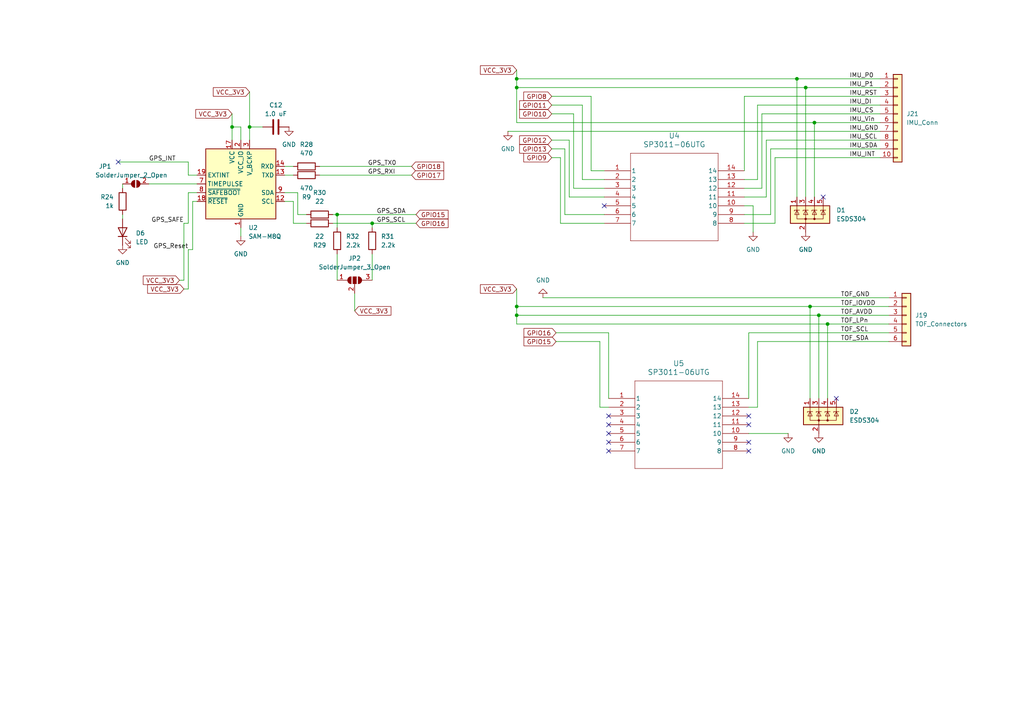
<source format=kicad_sch>
(kicad_sch (version 20250114) (generator "eeschema") (generator_version "9.0")
  (paper "A4")
  (lib_symbols
    (symbol "Connector_Generic:Conn_01x06" (pin_names (offset 1.016) (hide yes))
      (property "Reference" "J" (at 0 7.62 0))
      (property "Value" "Conn_01x06" (at 0 -10.16 0))
      (symbol "Conn_01x06_1_1"
        (rectangle (start -1.27 6.35) (end 1.27 -8.89) (stroke (width 0.254)) (fill (type background)))
        (rectangle (start -1.27 5.207) (end 0 4.953) (stroke (width 0.1524)))
        (rectangle (start -1.27 2.667) (end 0 2.413) (stroke (width 0.1524)))
        (rectangle (start -1.27 0.127) (end 0 -0.127) (stroke (width 0.1524)))
        (rectangle (start -1.27 -2.413) (end 0 -2.667) (stroke (width 0.1524)))
        (rectangle (start -1.27 -4.953) (end 0 -5.207) (stroke (width 0.1524)))
        (rectangle (start -1.27 -7.493) (end 0 -7.747) (stroke (width 0.1524)))
        (pin passive line (at -5.08 5.08 0) (length 3.81) (name "Pin_1") (number "1"))
        (pin passive line (at -5.08 2.54 0) (length 3.81) (name "Pin_2") (number "2"))
        (pin passive line (at -5.08 0 0) (length 3.81) (name "Pin_3") (number "3"))
        (pin passive line (at -5.08 -2.54 0) (length 3.81) (name "Pin_4") (number "4"))
        (pin passive line (at -5.08 -5.08 0) (length 3.81) (name "Pin_5") (number "5"))
        (pin passive line (at -5.08 -7.62 0) (length 3.81) (name "Pin_6") (number "6"))
      )
    )
    (symbol "Connector_Generic:Conn_01x10" (pin_names (offset 1.016) (hide yes))
      (property "Reference" "J" (at 0 12.7 0))
      (property "Value" "Conn_01x10" (at 0 -15.24 0))
      (symbol "Conn_01x10_1_1"
        (rectangle (start -1.27 11.43) (end 1.27 -13.97) (stroke (width 0.254)) (fill (type background)))
        (rectangle (start -1.27 10.287) (end 0 10.033) (stroke (width 0.1524)))
        (rectangle (start -1.27 7.747) (end 0 7.493) (stroke (width 0.1524)))
        (rectangle (start -1.27 5.207) (end 0 4.953) (stroke (width 0.1524)))
        (rectangle (start -1.27 2.667) (end 0 2.413) (stroke (width 0.1524)))
        (rectangle (start -1.27 0.127) (end 0 -0.127) (stroke (width 0.1524)))
        (rectangle (start -1.27 -2.413) (end 0 -2.667) (stroke (width 0.1524)))
        (rectangle (start -1.27 -4.953) (end 0 -5.207) (stroke (width 0.1524)))
        (rectangle (start -1.27 -7.493) (end 0 -7.747) (stroke (width 0.1524)))
        (rectangle (start -1.27 -10.033) (end 0 -10.287) (stroke (width 0.1524)))
        (rectangle (start -1.27 -12.573) (end 0 -12.827) (stroke (width 0.1524)))
        (pin passive line (at -5.08 10.16 0) (length 3.81) (name "Pin_1") (number "1"))
        (pin passive line (at -5.08 7.62 0) (length 3.81) (name "Pin_2") (number "2"))
        (pin passive line (at -5.08 5.08 0) (length 3.81) (name "Pin_3") (number "3"))
        (pin passive line (at -5.08 2.54 0) (length 3.81) (name "Pin_4") (number "4"))
        (pin passive line (at -5.08 0 0) (length 3.81) (name "Pin_5") (number "5"))
        (pin passive line (at -5.08 -2.54 0) (length 3.81) (name "Pin_6") (number "6"))
        (pin passive line (at -5.08 -5.08 0) (length 3.81) (name "Pin_7") (number "7"))
        (pin passive line (at -5.08 -7.62 0) (length 3.81) (name "Pin_8") (number "8"))
        (pin passive line (at -5.08 -10.16 0) (length 3.81) (name "Pin_9") (number "9"))
        (pin passive line (at -5.08 -12.7 0) (length 3.81) (name "Pin_10") (number "10"))
      )
    )
    (symbol "Custom_Components:SP3011-06UTG" (pin_names (offset 0.254))
      (property "Reference" "U" (at 20.32 10.16 0))
      (property "Value" "SP3011-06UTG" (at 20.32 7.62 0))
      (symbol "SP3011-06UTG_0_1"
        (polyline (pts (xy 7.62 5.08) (xy 7.62 -20.32)) (stroke (width 0.127)))
        (polyline (pts (xy 7.62 -20.32) (xy 33.02 -20.32)) (stroke (width 0.127)))
        (polyline (pts (xy 33.02 5.08) (xy 7.62 5.08)) (stroke (width 0.127)))
        (polyline (pts (xy 33.02 -20.32) (xy 33.02 5.08)) (stroke (width 0.127)))
        (pin unspecified line (at 0 0 0) (length 7.62) (name "1") (number "1"))
        (pin unspecified line (at 0 -2.54 0) (length 7.62) (name "2") (number "2"))
        (pin unspecified line (at 0 -5.08 0) (length 7.62) (name "3") (number "3"))
        (pin unspecified line (at 0 -7.62 0) (length 7.62) (name "4") (number "4"))
        (pin unspecified line (at 0 -10.16 0) (length 7.62) (name "5") (number "5"))
        (pin unspecified line (at 0 -12.7 0) (length 7.62) (name "6") (number "6"))
        (pin unspecified line (at 0 -15.24 0) (length 7.62) (name "7") (number "7"))
        (pin unspecified line (at 40.64 0 180) (length 7.62) (name "14") (number "14"))
        (pin unspecified line (at 40.64 -2.54 180) (length 7.62) (name "13") (number "13"))
        (pin unspecified line (at 40.64 -5.08 180) (length 7.62) (name "12") (number "12"))
        (pin unspecified line (at 40.64 -7.62 180) (length 7.62) (name "11") (number "11"))
        (pin unspecified line (at 40.64 -10.16 180) (length 7.62) (name "10") (number "10"))
        (pin unspecified line (at 40.64 -12.7 180) (length 7.62) (name "9") (number "9"))
        (pin unspecified line (at 40.64 -15.24 180) (length 7.62) (name "8") (number "8"))
      )
    )
    (symbol "Device:C" (pin_numbers (hide yes)) (pin_names (offset 0.254))
      (property "Reference" "C" (at 0.635 2.54 0))
      (property "Value" "C" (at 0.635 -2.54 0))
      (symbol "C_0_1"
        (polyline (pts (xy -2.032 0.762) (xy 2.032 0.762)) (stroke (width 0.508)))
        (polyline (pts (xy -2.032 -0.762) (xy 2.032 -0.762)) (stroke (width 0.508)))
      )
      (symbol "C_1_1"
        (pin passive line (at 0 3.81 270) (length 2.794) (name "~") (number "1"))
        (pin passive line (at 0 -3.81 90) (length 2.794) (name "~") (number "2"))
      )
    )
    (symbol "Device:LED" (pin_numbers (hide yes)) (pin_names (offset 1.016) (hide yes))
      (property "Reference" "D" (at 0 2.54 0))
      (property "Value" "LED" (at 0 -2.54 0))
      (symbol "LED_0_1"
        (polyline (pts (xy -3.048 -0.762) (xy -4.572 -2.286) (xy -3.81 -2.286) (xy -4.572 -2.286) (xy -4.572 -1.524)))
        (polyline (pts (xy -1.778 -0.762) (xy -3.302 -2.286) (xy -2.54 -2.286) (xy -3.302 -2.286) (xy -3.302 -1.524)))
        (polyline (pts (xy -1.27 0) (xy 1.27 0)))
        (polyline (pts (xy -1.27 -1.27) (xy -1.27 1.27)) (stroke (width 0.254)))
        (polyline (pts (xy 1.27 -1.27) (xy 1.27 1.27) (xy -1.27 0) (xy 1.27 -1.27)) (stroke (width 0.254)))
      )
      (symbol "LED_1_1"
        (pin passive line (at -3.81 0 0) (length 2.54) (name "K") (number "1"))
        (pin passive line (at 3.81 0 180) (length 2.54) (name "A") (number "2"))
      )
    )
    (symbol "Device:R" (pin_numbers (hide yes)) (pin_names (offset 0))
      (property "Reference" "R" (at 2.032 0 90))
      (property "Value" "R" (at 0 0 90))
      (symbol "R_0_1"
        (rectangle (start -1.016 -2.54) (end 1.016 2.54) (stroke (width 0.254)))
      )
      (symbol "R_1_1"
        (pin passive line (at 0 3.81 270) (length 1.27) (name "~") (number "1"))
        (pin passive line (at 0 -3.81 90) (length 1.27) (name "~") (number "2"))
      )
    )
    (symbol "GND_1" (power) (pin_numbers (hide yes)) (pin_names (offset 0) (hide yes))
      (property "Value" "GND" (at 0 -3.81 0))
      (symbol "GND_1_0_1"
        (polyline (pts (xy 0 0) (xy 0 -1.27) (xy 1.27 -1.27) (xy 0 -2.54) (xy -1.27 -1.27) (xy 0 -1.27)))
      )
      (symbol "GND_1_1_1"
        (pin power_in line (at 0 0 270) (length 0) (name "~") (number "1"))
      )
    )
    (symbol "GND_2" (power) (pin_numbers (hide yes)) (pin_names (offset 0) (hide yes))
      (property "Value" "GND" (at 0 -3.81 0))
      (symbol "GND_2_0_1"
        (polyline (pts (xy 0 0) (xy 0 -1.27) (xy 1.27 -1.27) (xy 0 -2.54) (xy -1.27 -1.27) (xy 0 -1.27)))
      )
      (symbol "GND_2_1_1"
        (pin power_in line (at 0 0 270) (length 0) (name "~") (number "1"))
      )
    )
    (symbol "Jumper:SolderJumper_2_Open" (pin_names (offset 0) (hide yes))
      (property "Reference" "JP" (at 0 2.032 0))
      (property "Value" "SolderJumper_2_Open" (at 0 -2.54 0))
      (symbol "SolderJumper_2_Open_0_1"
        (polyline (pts (xy -0.254 1.016) (xy -0.254 -1.016)))
        (arc (start -0.254 -1.016) (mid -1.2656 0) (end -0.254 1.016))
        (arc (start -0.254 -1.016) (mid -1.2656 0) (end -0.254 1.016) (fill (type outline)))
        (arc (start 0.254 1.016) (mid 1.2656 0) (end 0.254 -1.016))
        (arc (start 0.254 1.016) (mid 1.2656 0) (end 0.254 -1.016) (fill (type outline)))
        (polyline (pts (xy 0.254 1.016) (xy 0.254 -1.016)))
      )
      (symbol "SolderJumper_2_Open_1_1"
        (pin passive line (at -3.81 0 0) (length 2.54) (name "A") (number "1"))
        (pin passive line (at 3.81 0 180) (length 2.54) (name "B") (number "2"))
      )
    )
    (symbol "Jumper:SolderJumper_3_Open" (pin_names (offset 0) (hide yes))
      (property "Reference" "JP" (at -2.54 -2.54 0))
      (property "Value" "SolderJumper_3_Open" (at 0 2.794 0))
      (symbol "SolderJumper_3_Open_0_1"
        (polyline (pts (xy -2.54 0) (xy -2.032 0)))
        (polyline (pts (xy -1.016 1.016) (xy -1.016 -1.016)))
        (arc (start -1.016 -1.016) (mid -2.0276 0) (end -1.016 1.016))
        (arc (start -1.016 -1.016) (mid -2.0276 0) (end -1.016 1.016) (fill (type outline)))
        (rectangle (start -0.508 1.016) (end 0.508 -1.016) (fill (type outline)))
        (polyline (pts (xy 0 -1.27) (xy 0 -1.016)))
        (arc (start 1.016 1.016) (mid 2.0276 0) (end 1.016 -1.016))
        (arc (start 1.016 1.016) (mid 2.0276 0) (end 1.016 -1.016) (fill (type outline)))
        (polyline (pts (xy 1.016 1.016) (xy 1.016 -1.016)))
        (polyline (pts (xy 2.54 0) (xy 2.032 0)))
      )
      (symbol "SolderJumper_3_Open_1_1"
        (pin passive line (at -5.08 0 0) (length 2.54) (name "A") (number "1"))
        (pin passive line (at 0 -3.81 90) (length 2.54) (name "C") (number "2"))
        (pin passive line (at 5.08 0 180) (length 2.54) (name "B") (number "3"))
      )
    )
    (symbol "Power_Protection:ESDS304" (pin_names (hide yes))
      (property "Reference" "D" (at 7.62 2.54 0))
      (property "Value" "ESDS304" (at 7.62 0.635 0))
      (symbol "ESDS304_0_0"
        (pin passive line (at 0 -5.08 90) (length 2.54) (name "A") (number "2"))
      )
      (symbol "ESDS304_0_1"
        (rectangle (start -4.445 2.54) (end 6.985 -2.54) (stroke (width 0.254)) (fill (type background)))
        (polyline (pts (xy -3.302 1.016) (xy -3.302 1.27) (xy -1.778 1.27)))
        (polyline (pts (xy -2.54 2.54) (xy -2.54 1.27)))
        (polyline (pts (xy -2.54 1.27) (xy -2.54 -1.27) (xy 2.54 -1.27) (xy 2.54 1.27)))
        (polyline (pts (xy -2.54 1.27) (xy -1.905 0) (xy -3.175 0) (xy -2.54 1.27)))
        (polyline (pts (xy 0 2.54) (xy 0 1.27)))
        (polyline (pts (xy 0 -1.27) (xy 0 1.27)))
        (polyline (pts (xy 0 -1.27) (xy 0 -2.54)))
        (circle (center 0 -1.27) (radius 0.254) (fill (type outline)))
        (polyline (pts (xy 0.635 0) (xy -0.635 0) (xy 0 1.27) (xy 0.635 0)))
        (polyline (pts (xy 0.762 1.27) (xy -0.762 1.27) (xy -0.762 1.016)))
        (polyline (pts (xy 1.778 1.016) (xy 1.778 1.27) (xy 3.175 1.27) (xy 3.302 1.27)))
        (polyline (pts (xy 2.54 2.54) (xy 2.54 1.27)))
        (polyline (pts (xy 2.54 1.27) (xy 1.905 0) (xy 3.175 0) (xy 2.54 1.27)))
        (circle (center 2.54 -1.27) (radius 0.254) (fill (type outline)))
        (polyline (pts (xy 4.318 1.016) (xy 4.318 1.27) (xy 5.715 1.27) (xy 5.842 1.27)))
        (polyline (pts (xy 5.08 2.54) (xy 5.08 1.27)))
        (polyline (pts (xy 5.08 1.27) (xy 5.08 -1.27) (xy 2.54 -1.27)))
        (polyline (pts (xy 5.08 1.27) (xy 4.445 0) (xy 5.715 0) (xy 5.08 1.27)))
      )
      (symbol "ESDS304_1_1"
        (pin passive line (at -2.54 5.08 270) (length 2.54) (name "K") (number "1"))
        (pin passive line (at 0 5.08 270) (length 2.54) (name "K") (number "3"))
        (pin passive line (at 2.54 5.08 270) (length 2.54) (name "K") (number "4"))
        (pin passive line (at 5.08 5.08 270) (length 2.54) (name "K") (number "5"))
      )
    )
    (symbol "RF_GPS:SAM-M8Q"
      (property "Reference" "U" (at -8.89 11.43 0))
      (property "Value" "SAM-M8Q" (at 8.89 11.43 0))
      (symbol "SAM-M8Q_0_1"
        (rectangle (start -10.16 10.16) (end 10.16 -10.16) (stroke (width 0.254)) (fill (type background)))
      )
      (symbol "SAM-M8Q_1_1"
        (pin input line (at -12.7 2.54 0) (length 2.54) (name "EXTINT") (number "19"))
        (pin output line (at -12.7 0 0) (length 2.54) (name "TIMEPULSE") (number "7"))
        (pin input line (at -12.7 -2.54 0) (length 2.54) (name "~{SAFEBOOT}") (number "8"))
        (pin input line (at -12.7 -5.08 0) (length 2.54) (name "~{RESET}") (number "18"))
        (pin power_in line (at -2.54 12.7 270) (length 2.54) (name "VCC") (number "17"))
        (pin power_in line (at 0 12.7 270) (length 2.54) (name "VCC_IO") (number "2"))
        (pin power_in line (at 0 -12.7 90) (length 2.54) (name "GND") (number "1"))
        (pin passive line (at 0 -12.7 90) (length 2.54) (hide yes) (name "GND") (number "10"))
        (pin passive line (at 0 -12.7 90) (length 2.54) (hide yes) (name "GND") (number "11"))
        (pin passive line (at 0 -12.7 90) (length 2.54) (hide yes) (name "GND") (number "15"))
        (pin passive line (at 0 -12.7 90) (length 2.54) (hide yes) (name "GND") (number "16"))
        (pin passive line (at 0 -12.7 90) (length 2.54) (hide yes) (name "GND") (number "20"))
        (pin passive line (at 0 -12.7 90) (length 2.54) (hide yes) (name "GND") (number "4"))
        (pin passive line (at 0 -12.7 90) (length 2.54) (hide yes) (name "GND") (number "5"))
        (pin passive line (at 0 -12.7 90) (length 2.54) (hide yes) (name "GND") (number "6"))
        (pin power_in line (at 2.54 12.7 270) (length 2.54) (name "V_BCKP") (number "3"))
        (pin input line (at 12.7 5.08 180) (length 2.54) (name "RXD") (number "14"))
        (pin output line (at 12.7 2.54 180) (length 2.54) (name "TXD") (number "13"))
        (pin bidirectional line (at 12.7 -2.54 180) (length 2.54) (name "SDA") (number "9"))
        (pin input line (at 12.7 -5.08 180) (length 2.54) (name "SCL") (number "12"))
      )
    )
    (symbol "power:GND" (power) (pin_numbers (hide yes)) (pin_names (offset 0) (hide yes))
      (property "Value" "GND" (at 0 -3.81 0))
      (symbol "GND_0_1"
        (polyline (pts (xy 0 0) (xy 0 -1.27) (xy 1.27 -1.27) (xy 0 -2.54) (xy -1.27 -1.27) (xy 0 -1.27)))
      )
      (symbol "GND_1_1"
        (pin power_in line (at 0 0 270) (length 0) (name "~") (number "1"))
      )
    )
  )
  (junction (at 149.86 91.44))
  (junction (at 237.49 91.44))
  (junction (at 107.95 64.77))
  (junction (at 149.86 88.9))
  (junction (at 240.03 93.98))
  (junction (at 233.68 25.4))
  (junction (at 67.31 36.83))
  (junction (at 97.79 62.23))
  (junction (at 149.86 25.4))
  (junction (at 231.14 22.86))
  (junction (at 149.86 22.86))
  (junction (at 72.39 36.83))
  (junction (at 234.95 88.9))
  (junction (at 236.22 35.56))
  (no_connect (at 176.53 120.65))
  (no_connect (at 242.57 115.57))
  (no_connect (at 217.17 128.27))
  (no_connect (at 175.26 59.69))
  (no_connect (at 176.53 128.27))
  (no_connect (at 238.76 57.15))
  (no_connect (at 217.17 130.81))
  (no_connect (at 176.53 130.81))
  (no_connect (at 34.29 46.99))
  (no_connect (at 217.17 120.65))
  (no_connect (at 217.17 123.19))
  (no_connect (at 176.53 123.19))
  (no_connect (at 176.53 125.73))
  (wire (pts (xy 149.86 93.98) (xy 240.03 93.98)))
  (wire (pts (xy 97.79 62.23) (xy 97.79 66.04)))
  (wire (pts (xy 149.86 22.86) (xy 149.86 25.4)))
  (wire (pts (xy 215.9 27.94) (xy 215.9 49.53)))
  (wire (pts (xy 163.83 62.23) (xy 163.83 43.18)))
  (wire (pts (xy 67.31 36.83) (xy 69.85 36.83)))
  (wire (pts (xy 237.49 91.44) (xy 237.49 115.57)))
  (wire (pts (xy 43.18 53.34) (xy 57.15 53.34)))
  (wire (pts (xy 149.86 83.82) (xy 149.86 88.9)))
  (wire (pts (xy 161.29 99.06) (xy 173.99 99.06)))
  (wire (pts (xy 72.39 26.67) (xy 72.39 36.83)))
  (wire (pts (xy 54.61 72.39) (xy 55.88 72.39)))
  (wire (pts (xy 86.36 55.88) (xy 86.36 62.23)))
  (wire (pts (xy 82.55 58.42) (xy 85.09 58.42)))
  (wire (pts (xy 54.61 55.88) (xy 57.15 55.88)))
  (wire (pts (xy 85.09 58.42) (xy 85.09 64.77)))
  (wire (pts (xy 86.36 62.23) (xy 88.9 62.23)))
  (wire (pts (xy 233.68 25.4) (xy 233.68 57.15)))
  (wire (pts (xy 215.9 64.77) (xy 224.79 64.77)))
  (wire (pts (xy 82.55 48.26) (xy 85.09 48.26)))
  (wire (pts (xy 237.49 91.44) (xy 257.81 91.44)))
  (wire (pts (xy 55.88 58.42) (xy 57.15 58.42)))
  (wire (pts (xy 222.25 40.64) (xy 255.27 40.64)))
  (wire (pts (xy 82.55 55.88) (xy 86.36 55.88)))
  (wire (pts (xy 220.98 33.02) (xy 255.27 33.02)))
  (wire (pts (xy 215.9 54.61) (xy 220.98 54.61)))
  (wire (pts (xy 171.45 49.53) (xy 175.26 49.53)))
  (wire (pts (xy 176.53 118.11) (xy 173.99 118.11)))
  (wire (pts (xy 218.44 59.69) (xy 218.44 67.31)))
  (wire (pts (xy 224.79 64.77) (xy 224.79 45.72)))
  (wire (pts (xy 67.31 36.83) (xy 67.31 40.64)))
  (wire (pts (xy 160.02 45.72) (xy 162.56 45.72)))
  (wire (pts (xy 107.95 64.77) (xy 107.95 66.04)))
  (wire (pts (xy 224.79 45.72) (xy 255.27 45.72)))
  (wire (pts (xy 96.52 64.77) (xy 107.95 64.77)))
  (wire (pts (xy 171.45 49.53) (xy 171.45 27.94)))
  (wire (pts (xy 236.22 35.56) (xy 255.27 35.56)))
  (wire (pts (xy 161.29 96.52) (xy 176.53 96.52)))
  (wire (pts (xy 217.17 96.52) (xy 217.17 115.57)))
  (wire (pts (xy 54.61 50.8) (xy 57.15 50.8)))
  (wire (pts (xy 160.02 30.48) (xy 168.91 30.48)))
  (wire (pts (xy 85.09 64.77) (xy 88.9 64.77)))
  (wire (pts (xy 53.34 83.82) (xy 54.61 83.82)))
  (wire (pts (xy 228.6 125.73) (xy 217.17 125.73)))
  (wire (pts (xy 217.17 96.52) (xy 257.81 96.52)))
  (wire (pts (xy 35.56 53.34) (xy 35.56 54.61)))
  (wire (pts (xy 215.9 62.23) (xy 223.52 62.23)))
  (wire (pts (xy 219.71 99.06) (xy 257.81 99.06)))
  (wire (pts (xy 54.61 64.77) (xy 54.61 55.88)))
  (wire (pts (xy 54.61 46.99) (xy 54.61 50.8)))
  (wire (pts (xy 102.87 85.09) (xy 102.87 90.17)))
  (wire (pts (xy 233.68 25.4) (xy 255.27 25.4)))
  (wire (pts (xy 217.17 118.11) (xy 219.71 118.11)))
  (wire (pts (xy 97.79 62.23) (xy 120.65 62.23)))
  (wire (pts (xy 35.56 62.23) (xy 35.56 63.5)))
  (wire (pts (xy 215.9 59.69) (xy 218.44 59.69)))
  (wire (pts (xy 149.86 25.4) (xy 149.86 35.56)))
  (wire (pts (xy 67.31 33.02) (xy 67.31 36.83)))
  (wire (pts (xy 97.79 73.66) (xy 97.79 81.28)))
  (wire (pts (xy 72.39 40.64) (xy 72.39 36.83)))
  (wire (pts (xy 149.86 91.44) (xy 149.86 88.9)))
  (wire (pts (xy 157.48 86.36) (xy 257.81 86.36)))
  (wire (pts (xy 149.86 88.9) (xy 234.95 88.9)))
  (wire (pts (xy 168.91 52.07) (xy 175.26 52.07)))
  (wire (pts (xy 149.86 22.86) (xy 231.14 22.86)))
  (wire (pts (xy 160.02 40.64) (xy 165.1 40.64)))
  (wire (pts (xy 215.9 57.15) (xy 222.25 57.15)))
  (wire (pts (xy 240.03 93.98) (xy 257.81 93.98)))
  (wire (pts (xy 162.56 64.77) (xy 162.56 45.72)))
  (wire (pts (xy 236.22 35.56) (xy 236.22 57.15)))
  (wire (pts (xy 220.98 54.61) (xy 220.98 33.02)))
  (wire (pts (xy 219.71 52.07) (xy 219.71 30.48)))
  (wire (pts (xy 175.26 62.23) (xy 163.83 62.23)))
  (wire (pts (xy 160.02 27.94) (xy 171.45 27.94)))
  (wire (pts (xy 219.71 30.48) (xy 255.27 30.48)))
  (wire (pts (xy 160.02 33.02) (xy 166.37 33.02)))
  (wire (pts (xy 166.37 54.61) (xy 166.37 33.02)))
  (wire (pts (xy 219.71 118.11) (xy 219.71 99.06)))
  (wire (pts (xy 69.85 40.64) (xy 69.85 36.83)))
  (wire (pts (xy 223.52 62.23) (xy 223.52 43.18)))
  (wire (pts (xy 96.52 62.23) (xy 97.79 62.23)))
  (wire (pts (xy 231.14 22.86) (xy 231.14 57.15)))
  (wire (pts (xy 166.37 54.61) (xy 175.26 54.61)))
  (wire (pts (xy 34.29 46.99) (xy 54.61 46.99)))
  (wire (pts (xy 168.91 52.07) (xy 168.91 30.48)))
  (wire (pts (xy 107.95 73.66) (xy 107.95 81.28)))
  (wire (pts (xy 240.03 93.98) (xy 240.03 115.57)))
  (wire (pts (xy 173.99 118.11) (xy 173.99 99.06)))
  (wire (pts (xy 160.02 43.18) (xy 163.83 43.18)))
  (wire (pts (xy 149.86 35.56) (xy 236.22 35.56)))
  (wire (pts (xy 82.55 50.8) (xy 85.09 50.8)))
  (wire (pts (xy 234.95 88.9) (xy 257.81 88.9)))
  (wire (pts (xy 149.86 20.32) (xy 149.86 22.86)))
  (wire (pts (xy 92.71 50.8) (xy 119.38 50.8)))
  (wire (pts (xy 176.53 96.52) (xy 176.53 115.57)))
  (wire (pts (xy 52.07 81.28) (xy 53.34 81.28)))
  (wire (pts (xy 107.95 64.77) (xy 120.65 64.77)))
  (wire (pts (xy 165.1 57.15) (xy 165.1 40.64)))
  (wire (pts (xy 222.25 57.15) (xy 222.25 40.64)))
  (wire (pts (xy 53.34 64.77) (xy 53.34 81.28)))
  (wire (pts (xy 54.61 72.39) (xy 54.61 83.82)))
  (wire (pts (xy 55.88 72.39) (xy 55.88 58.42)))
  (wire (pts (xy 92.71 48.26) (xy 119.38 48.26)))
  (wire (pts (xy 215.9 52.07) (xy 219.71 52.07)))
  (wire (pts (xy 72.39 36.83) (xy 76.2 36.83)))
  (wire (pts (xy 147.32 38.1) (xy 255.27 38.1)))
  (wire (pts (xy 231.14 22.86) (xy 255.27 22.86)))
  (wire (pts (xy 149.86 25.4) (xy 233.68 25.4)))
  (wire (pts (xy 215.9 27.94) (xy 255.27 27.94)))
  (wire (pts (xy 175.26 57.15) (xy 165.1 57.15)))
  (wire (pts (xy 53.34 64.77) (xy 54.61 64.77)))
  (wire (pts (xy 149.86 93.98) (xy 149.86 91.44)))
  (wire (pts (xy 175.26 64.77) (xy 162.56 64.77)))
  (wire (pts (xy 149.86 91.44) (xy 237.49 91.44)))
  (wire (pts (xy 69.85 66.04) (xy 69.85 68.58)))
  (wire (pts (xy 223.52 43.18) (xy 255.27 43.18)))
  (wire (pts (xy 234.95 88.9) (xy 234.95 115.57)))
  (label "TOF_AVDD" (at 243.84 91.44 0))
  (label "TOF_SCL" (at 243.84 96.52 0))
  (label "IMU_SCL" (at 246.38 40.64 0))
  (label "IMU_Vin" (at 246.38 35.56 0))
  (label "TOF_SDA" (at 243.84 99.06 0))
  (label "GPS_SDA" (at 109.22 62.23 0))
  (label "IMU_GND" (at 246.38 38.1 0))
  (label "IMU_DI" (at 246.38 30.48 0))
  (label "GPS_RXI" (at 106.68 50.8 0))
  (label "GPS_Reset" (at 54.61 72.39 180))
  (label "IMU_RST" (at 246.38 27.94 0))
  (label "GPS_SAFE" (at 53.34 64.77 180))
  (label "IMU_SDA" (at 246.38 43.18 0))
  (label "TOF_LPn" (at 243.84 93.98 0))
  (label "TOF_IOVDD" (at 243.84 88.9 0))
  (label "IMU_CS" (at 246.38 33.02 0))
  (label "GPS_TX0" (at 106.68 48.26 0))
  (label "IMU_P0" (at 246.38 22.86 0))
  (label "IMU_INT" (at 246.38 45.72 0))
  (label "TOF_GND" (at 243.84 86.36 0))
  (label "GPS_INT" (at 43.18 46.99 0))
  (label "IMU_P1" (at 246.38 25.4 0))
  (label "GPS_SCL" (at 109.22 64.77 0))
  (global_label "GPIO17" (shape input) (at 119.38 50.8 0) (property "Intersheetrefs" "${INTERSHEET_REFS}" (effects (hide yes))))
  (global_label "VCC_3V3" (shape input) (at 72.39 26.67 180) (property "Intersheetrefs" "${INTERSHEET_REFS}" (effects (hide yes))))
  (global_label "GPIO15" (shape input) (at 161.29 99.06 180) (property "Intersheetrefs" "${INTERSHEET_REFS}" (effects (hide yes))))
  (global_label "VCC_3V3" (shape input) (at 102.87 90.17 0) (property "Intersheetrefs" "${INTERSHEET_REFS}" (effects (hide yes))))
  (global_label "VCC_3V3" (shape input) (at 149.86 83.82 180) (property "Intersheetrefs" "${INTERSHEET_REFS}" (effects (hide yes))))
  (global_label "GPIO16" (shape input) (at 120.65 64.77 0) (property "Intersheetrefs" "${INTERSHEET_REFS}" (effects (hide yes))))
  (global_label "VCC_3V3" (shape input) (at 53.34 83.82 180) (property "Intersheetrefs" "${INTERSHEET_REFS}" (effects (hide yes))))
  (global_label "GPIO16" (shape input) (at 161.29 96.52 180) (property "Intersheetrefs" "${INTERSHEET_REFS}" (effects (hide yes))))
  (global_label "GPIO13" (shape input) (at 160.02 43.18 180) (property "Intersheetrefs" "${INTERSHEET_REFS}" (effects (hide yes))))
  (global_label "VCC_3V3" (shape input) (at 67.31 33.02 180) (property "Intersheetrefs" "${INTERSHEET_REFS}" (effects (hide yes))))
  (global_label "GPIO11" (shape input) (at 160.02 30.48 180) (property "Intersheetrefs" "${INTERSHEET_REFS}" (effects (hide yes))))
  (global_label "VCC_3V3" (shape input) (at 149.86 20.32 180) (property "Intersheetrefs" "${INTERSHEET_REFS}" (effects (hide yes))))
  (global_label "GPIO8" (shape input) (at 160.02 27.94 180) (property "Intersheetrefs" "${INTERSHEET_REFS}" (effects (hide yes))))
  (global_label "GPIO12" (shape input) (at 160.02 40.64 180) (property "Intersheetrefs" "${INTERSHEET_REFS}" (effects (hide yes))))
  (global_label "GPIO9" (shape input) (at 160.02 45.72 180) (property "Intersheetrefs" "${INTERSHEET_REFS}" (effects (hide yes))))
  (global_label "VCC_3V3" (shape input) (at 52.07 81.28 180) (property "Intersheetrefs" "${INTERSHEET_REFS}" (effects (hide yes))))
  (global_label "GPIO10" (shape input) (at 160.02 33.02 180) (property "Intersheetrefs" "${INTERSHEET_REFS}" (effects (hide yes))))
  (global_label "GPIO18" (shape input) (at 119.38 48.26 0) (property "Intersheetrefs" "${INTERSHEET_REFS}" (effects (hide yes))))
  (global_label "GPIO15" (shape input) (at 120.65 62.23 0) (property "Intersheetrefs" "${INTERSHEET_REFS}" (effects (hide yes))))
  (symbol (lib_id "Device:R") (at 92.71 62.23 90) (unit 1)
    (property "Reference" "R30" (at 92.71 55.88 90))
    (property "Value" "22" (at 92.71 58.42 90))
    (property "Footprint" "Resistor_SMD:R_0805_2012Metric_Pad1.20x1.40mm_HandSolder" (effects (hide yes)))
    (property "Datasheet" "https://yageogroup.com/content/datasheet/asset/file/PYU-RC_GROUP_51_ROHS_L" (effects (hide yes)))
  )
  (symbol (lib_name "GND_1") (lib_id "power:GND") (at 157.48 86.36 180) (unit 1)
    (property "Reference" "#PWR032" (effects (hide yes)))
    (property "Value" "GND" (at 157.48 81.28 0))
    (property "Description" "Power symbol creates a global label with name \"GND\" , ground" (effects (hide yes)))
  )
  (symbol (lib_id "Connector_Generic:Conn_01x06") (at 262.89 91.44 0) (unit 1)
    (property "Reference" "J19" (at 265.43 91.4399 0) (effects (justify left)))
    (property "Value" "TOF_Connectors" (at 265.43 93.9799 0) (effects (justify left)))
    (property "Footprint" "Connector_JST:JST_XH_B6B-XH-A_1x06_P2.50mm_Vertical" (effects (hide yes)))
    (property "Datasheet" "https://www.jst-mfg.com/product/pdf/eng/eXH.pdf" (effects (hide yes)))
    (property "Description" "Generic connector, single row, 01x06, script generated (kicad-library-utils/schlib/autogen/connector/)" (effects (hide yes)))
  )
  (symbol (lib_id "power:GND") (at 83.82 36.83 0) (unit 1)
    (property "Reference" "#PWR031" (effects (hide yes)))
    (property "Value" "GND" (at 83.82 41.91 0))
    (property "Description" "Power symbol creates a global label with name \"GND\" , ground" (effects (hide yes)))
  )
  (symbol (lib_id "Device:R") (at 88.9 48.26 90) (unit 1)
    (property "Reference" "R28" (at 88.9 41.91 90))
    (property "Value" "470" (at 88.9 44.45 90))
    (property "Footprint" "Resistor_SMD:R_0805_2012Metric_Pad1.20x1.40mm_HandSolder" (effects (hide yes)))
    (property "Datasheet" "https://www.te.com/commerce/DocumentDelivery/DDEController?Action=srchrtrv&DocNm=9-1773463-9&DocType=Data%20Sheet&DocLang=English&DocFormat=pdf&PartCntxt=3-2176325-7" (effects (hide yes)))
  )
  (symbol (lib_id "Device:C") (at 80.01 36.83 90) (unit 1)
    (property "Reference" "C12" (at 80.01 30.48 90))
    (property "Value" "1.0 uF" (at 80.01 33.02 90))
    (property "Footprint" "LocalComponents:CAPC1608X90N_" (effects (hide yes)))
    (property "Datasheet" "https://mm.digikey.com/Volume0/opasdata/d220001/medias/docus/3584/CL10B105KP8NNNC_Spec.pdf" (effects (hide yes)))
  )
  (symbol (lib_id "Power_Protection:ESDS304") (at 233.68 62.23 0) (unit 1)
    (property "Reference" "D1" (at 242.57 60.9599 0) (effects (justify left)))
    (property "Value" "ESDS304" (at 242.57 63.4999 0) (effects (justify left)))
    (property "Footprint" "Package_TO_SOT_SMD:SOT-23-5" (effects (hide yes)))
    (property "Datasheet" "https://www.ti.com/lit/ds/symlink/esds304.pdf" (effects (hide yes)))
    (property "Description" "4-channel 1Gbps TVS Diode Array, 2.3pF, 4.5V breakdown, 30kV contact & air gap, SOT-23-5" (effects (hide yes)))
  )
  (symbol (lib_name "GND_2") (lib_id "power:GND") (at 237.49 125.73 0) (unit 1)
    (property "Reference" "#PWR04" (effects (hide yes)))
    (property "Value" "GND" (at 237.49 130.81 0))
    (property "Description" "Power symbol creates a global label with name \"GND\" , ground" (effects (hide yes)))
  )
  (symbol (lib_id "power:GND") (at 35.56 71.12 0) (unit 1)
    (property "Reference" "#PWR025" (effects (hide yes)))
    (property "Value" "GND" (at 35.56 76.2 0))
    (property "Description" "Power symbol creates a global label with name \"GND\" , ground" (effects (hide yes)))
  )
  (symbol (lib_name "GND_2") (lib_id "power:GND") (at 228.6 125.73 0) (unit 1)
    (property "Reference" "#PWR06" (effects (hide yes)))
    (property "Value" "GND" (at 228.6 130.81 0))
    (property "Description" "Power symbol creates a global label with name \"GND\" , ground" (effects (hide yes)))
  )
  (symbol (lib_id "Device:R") (at 107.95 69.85 0) (unit 1)
    (property "Reference" "R31" (at 110.49 68.58 0) (effects (justify left)))
    (property "Value" "2.2k" (at 110.49 71.12 0) (effects (justify left)))
    (property "Footprint" "Resistor_SMD:R_0805_2012Metric_Pad1.20x1.40mm_HandSolder" (effects (hide yes)))
    (property "Datasheet" "https://www.seielect.com/catalog/SEI-RMCF_RMCP.pdf" (effects (hide yes)))
  )
  (symbol (lib_id "Custom_Components:SP3011-06UTG") (at 175.26 49.53 0) (unit 1)
    (property "Reference" "U4" (at 195.58 39.37 0) (effects (font (size 1.524 1.524))))
    (property "Value" "SP3011-06UTG" (at 195.58 41.91 0) (effects (font (size 1.524 1.524))))
    (property "Footprint" "LocalComponents:SON14_SP3011-06UTG_LTF" (effects (hide yes)))
    (property "Datasheet" "SP3011-06UTG" (effects (hide yes)))
  )
  (symbol (lib_name "GND_2") (lib_id "power:GND") (at 233.68 67.31 0) (unit 1)
    (property "Reference" "#PWR03" (effects (hide yes)))
    (property "Value" "GND" (at 233.68 72.39 0))
    (property "Description" "Power symbol creates a global label with name \"GND\" , ground" (effects (hide yes)))
  )
  (symbol (lib_id "Custom_Components:SP3011-06UTG") (at 176.53 115.57 0) (unit 1)
    (property "Reference" "U5" (at 196.85 105.41 0) (effects (font (size 1.524 1.524))))
    (property "Value" "SP3011-06UTG" (at 196.85 107.95 0) (effects (font (size 1.524 1.524))))
    (property "Footprint" "LocalComponents:SON14_SP3011-06UTG_LTF" (effects (hide yes)))
    (property "Datasheet" "SP3011-06UTG" (effects (hide yes)))
  )
  (symbol (lib_name "GND_2") (lib_id "power:GND") (at 218.44 67.31 0) (unit 1)
    (property "Reference" "#PWR05" (effects (hide yes)))
    (property "Value" "GND" (at 218.44 72.39 0))
    (property "Description" "Power symbol creates a global label with name \"GND\" , ground" (effects (hide yes)))
  )
  (symbol (lib_id "Device:R") (at 97.79 69.85 0) (unit 1)
    (property "Reference" "R32" (at 100.33 68.58 0) (effects (justify left)))
    (property "Value" "2.2k" (at 100.33 71.12 0) (effects (justify left)))
    (property "Footprint" "Resistor_SMD:R_0805_2012Metric_Pad1.20x1.40mm_HandSolder" (effects (hide yes)))
    (property "Datasheet" "https://www.seielect.com/catalog/SEI-RMCF_RMCP.pdf" (effects (hide yes)))
  )
  (symbol (lib_id "Device:R") (at 88.9 50.8 90) (mirror x) (unit 1)
    (property "Reference" "R9" (at 88.9 57.15 90))
    (property "Value" "470" (at 88.9 54.61 90))
    (property "Footprint" "Resistor_SMD:R_0805_2012Metric_Pad1.20x1.40mm_HandSolder" (effects (hide yes)))
    (property "Datasheet" "https://www.te.com/commerce/DocumentDelivery/DDEController?Action=srchrtrv&DocNm=9-1773463-9&DocType=Data%20Sheet&DocLang=English&DocFormat=pdf&PartCntxt=3-2176325-7" (effects (hide yes)))
  )
  (symbol (lib_id "Device:LED") (at 35.56 67.31 90) (unit 1)
    (property "Reference" "D6" (at 39.37 67.6274 90) (effects (justify right)))
    (property "Value" "LED" (at 39.37 70.1674 90) (effects (justify right)))
    (property "Footprint" "LED_SMD:LED_0201_0603Metric" (effects (hide yes)))
    (property "Datasheet" "https://optoelectronics.liteon.com/upload/download/DS22-2000-109/LTST-C171KRKT.pdf" (effects (hide yes)))
    (property "Description" "Light emitting diode" (effects (hide yes)))
    (property "Sim.Pins" "1=K 2=A" (effects (hide yes)))
  )
  (symbol (lib_id "Device:R") (at 92.71 64.77 90) (mirror x) (unit 1)
    (property "Reference" "R29" (at 92.71 71.12 90))
    (property "Value" "22" (at 92.71 68.58 90))
    (property "Footprint" "Resistor_SMD:R_0805_2012Metric_Pad1.20x1.40mm_HandSolder" (effects (hide yes)))
    (property "Datasheet" "https://yageogroup.com/content/datasheet/asset/file/PYU-RC_GROUP_51_ROHS_L" (effects (hide yes)))
  )
  (symbol (lib_id "Device:R") (at 35.56 58.42 0) (mirror y) (unit 1)
    (property "Reference" "R24" (at 33.02 57.15 0) (effects (justify left)))
    (property "Value" "1k" (at 33.02 59.69 0) (effects (justify left)))
    (property "Footprint" "Resistor_SMD:R_0805_2012Metric_Pad1.20x1.40mm_HandSolder" (effects (hide yes)))
    (property "Datasheet" "https://www.seielect.com/catalog/SEI-RMCF_RMCP.pdf" (effects (hide yes)))
  )
  (symbol (lib_name "GND_2") (lib_id "power:GND") (at 147.32 38.1 0) (unit 1)
    (property "Reference" "#PWR034" (effects (hide yes)))
    (property "Value" "GND" (at 147.32 43.18 0))
    (property "Description" "Power symbol creates a global label with name \"GND\" , ground" (effects (hide yes)))
  )
  (symbol (lib_id "power:GND") (at 69.85 68.58 0) (unit 1)
    (property "Reference" "#PWR028" (effects (hide yes)))
    (property "Value" "GND" (at 69.85 73.66 0))
    (property "Description" "Power symbol creates a global label with name \"GND\" , ground" (effects (hide yes)))
  )
  (symbol (lib_id "Jumper:SolderJumper_2_Open") (at 39.37 53.34 0) (unit 1)
    (property "Reference" "JP1" (at 30.48 48.26 0))
    (property "Value" "SolderJumper_2_Open" (at 38.1 50.8 0))
    (property "Footprint" "Jumper:SolderJumper-2_P1.3mm_Open_Pad1.0x1.5mm" (effects (hide yes)))
  )
  (symbol (lib_id "Jumper:SolderJumper_3_Open") (at 102.87 81.28 0) (unit 1)
    (property "Reference" "JP2" (at 102.87 74.93 0))
    (property "Value" "SolderJumper_3_Open" (at 102.87 77.47 0))
    (property "Footprint" "Jumper:SolderJumper-3_P1.3mm_Open_Pad1.0x1.5mm_NumberLabels" (effects (hide yes)))
  )
  (symbol (lib_id "RF_GPS:SAM-M8Q") (at 69.85 53.34 0) (unit 1)
    (property "Reference" "U2" (at 72.0441 66.04 0) (effects (justify left)))
    (property "Value" "SAM-M8Q" (at 72.0441 68.58 0) (effects (justify left)))
    (property "Footprint" "RF_GPS:ublox_SAM-M8Q" (effects (hide yes)))
    (property "Datasheet" "https://www.u-blox.com/sites/default/files/SAM-M8Q_DataSheet_%28UBX-16012619%29.pdf" (effects (hide yes)))
  )
  (symbol (lib_id "Connector_Generic:Conn_01x10") (at 260.35 33.02 0) (unit 1)
    (property "Reference" "J21" (at 262.89 33.0199 0) (effects (justify left)))
    (property "Value" "IMU_Conn" (at 262.89 35.5599 0) (effects (justify left)))
    (property "Footprint" "Connector_JST:JST_XH_B10B-XH-A_1x10_P2.50mm_Vertical" (effects (hide yes)))
    (property "Datasheet" "https://www.jst-mfg.com/product/pdf/eng/eXH.pdf" (effects (hide yes)))
    (property "Description" "Generic connector, single row, 01x10, script generated (kicad-library-utils/schlib/autogen/connector/)" (effects (hide yes)))
  )
  (symbol (lib_id "Power_Protection:ESDS304") (at 237.49 120.65 0) (unit 1)
    (property "Reference" "D2" (at 246.38 119.3799 0) (effects (justify left)))
    (property "Value" "ESDS304" (at 246.38 121.9199 0) (effects (justify left)))
    (property "Footprint" "Package_TO_SOT_SMD:SOT-23-5" (effects (hide yes)))
    (property "Datasheet" "https://www.ti.com/lit/ds/symlink/esds304.pdf" (effects (hide yes)))
    (property "Description" "4-channel 1Gbps TVS Diode Array, 2.3pF, 4.5V breakdown, 30kV contact & air gap, SOT-23-5" (effects (hide yes)))
  )
)
</source>
